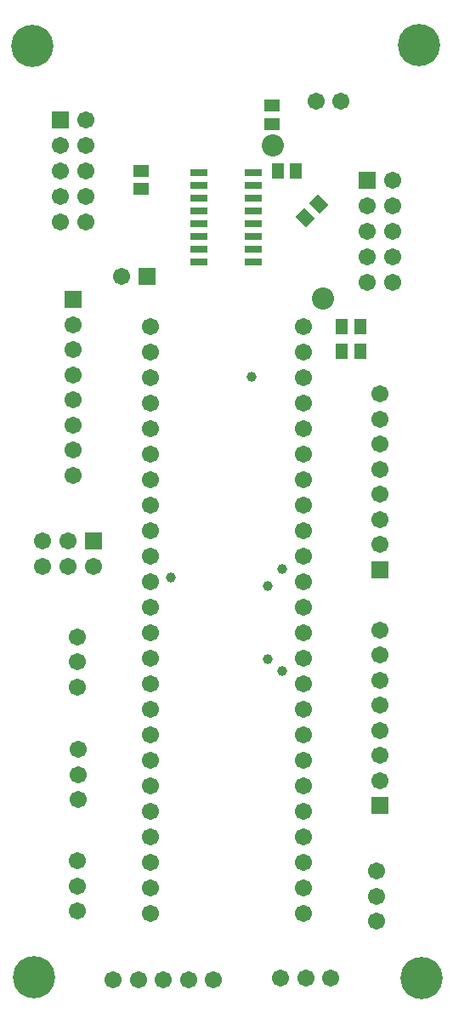
<source format=gts>
G04*
G04 #@! TF.GenerationSoftware,Altium Limited,Altium Designer,20.0.12 (288)*
G04*
G04 Layer_Color=8388736*
%FSLAX25Y25*%
%MOIN*%
G70*
G01*
G75*
%ADD22R,0.06902X0.03162*%
G04:AMPARAMS|DCode=23|XSize=59.18mil|YSize=49.34mil|CornerRadius=0mil|HoleSize=0mil|Usage=FLASHONLY|Rotation=135.000|XOffset=0mil|YOffset=0mil|HoleType=Round|Shape=Rectangle|*
%AMROTATEDRECTD23*
4,1,4,0.03837,-0.00348,0.00348,-0.03837,-0.03837,0.00348,-0.00348,0.03837,0.03837,-0.00348,0.0*
%
%ADD23ROTATEDRECTD23*%

%ADD24R,0.05918X0.04934*%
%ADD25R,0.04934X0.05918*%
%ADD26R,0.06312X0.04934*%
%ADD27R,0.04934X0.06312*%
%ADD28C,0.08674*%
%ADD29C,0.06706*%
%ADD30R,0.06706X0.06706*%
%ADD31R,0.06706X0.06706*%
%ADD32C,0.16548*%
%ADD33C,0.03950*%
%ADD34C,0.05800*%
D22*
X100984Y295020D02*
D03*
Y300020D02*
D03*
Y305020D02*
D03*
Y310020D02*
D03*
Y315020D02*
D03*
Y320020D02*
D03*
Y325020D02*
D03*
Y330020D02*
D03*
X79724Y295020D02*
D03*
Y300020D02*
D03*
Y305020D02*
D03*
Y310020D02*
D03*
Y315020D02*
D03*
Y320020D02*
D03*
Y325020D02*
D03*
Y330020D02*
D03*
D23*
X126591Y317536D02*
D03*
X121441Y312386D02*
D03*
D24*
X57087Y330807D02*
D03*
Y323524D02*
D03*
D25*
X143110Y259842D02*
D03*
X135827D02*
D03*
D26*
X108366Y356299D02*
D03*
Y349016D02*
D03*
D27*
X110531Y330709D02*
D03*
X117815D02*
D03*
X135827Y269685D02*
D03*
X143110D02*
D03*
D28*
X128347Y280709D02*
D03*
X108563Y340551D02*
D03*
D29*
X60768Y269744D02*
D03*
Y259744D02*
D03*
Y249744D02*
D03*
Y239744D02*
D03*
Y229744D02*
D03*
Y219744D02*
D03*
Y209744D02*
D03*
Y199744D02*
D03*
Y189744D02*
D03*
Y179744D02*
D03*
Y169744D02*
D03*
Y159744D02*
D03*
Y149744D02*
D03*
Y139744D02*
D03*
X120768D02*
D03*
Y149744D02*
D03*
Y159744D02*
D03*
Y169744D02*
D03*
Y179744D02*
D03*
Y189744D02*
D03*
Y199744D02*
D03*
Y209744D02*
D03*
Y219744D02*
D03*
Y229744D02*
D03*
Y239744D02*
D03*
X60768Y119744D02*
D03*
Y109744D02*
D03*
Y99744D02*
D03*
Y89744D02*
D03*
Y79744D02*
D03*
Y69744D02*
D03*
Y59744D02*
D03*
Y49744D02*
D03*
Y39744D02*
D03*
X120768D02*
D03*
Y49744D02*
D03*
Y59744D02*
D03*
Y69744D02*
D03*
Y79744D02*
D03*
Y89744D02*
D03*
Y99744D02*
D03*
X60768Y129744D02*
D03*
X120768Y249744D02*
D03*
Y259744D02*
D03*
Y269744D02*
D03*
Y129744D02*
D03*
Y119744D02*
D03*
Y109744D02*
D03*
X49213Y289370D02*
D03*
X31890Y148031D02*
D03*
Y138189D02*
D03*
X31890Y128347D02*
D03*
X85433Y13780D02*
D03*
X75590D02*
D03*
X65748D02*
D03*
X55905D02*
D03*
X46063D02*
D03*
X155512Y287087D02*
D03*
Y297087D02*
D03*
Y307087D02*
D03*
X145512Y287087D02*
D03*
Y297087D02*
D03*
Y307087D02*
D03*
Y317087D02*
D03*
X155512D02*
D03*
Y327087D02*
D03*
X35433Y310709D02*
D03*
Y320709D02*
D03*
Y330709D02*
D03*
X25433Y310709D02*
D03*
Y320709D02*
D03*
Y330709D02*
D03*
Y340709D02*
D03*
X35433D02*
D03*
Y350709D02*
D03*
X32283Y103937D02*
D03*
Y94095D02*
D03*
X32283Y84252D02*
D03*
X31890Y60236D02*
D03*
Y50394D02*
D03*
X31890Y40551D02*
D03*
X150787Y91732D02*
D03*
Y101575D02*
D03*
Y111417D02*
D03*
Y121260D02*
D03*
Y131102D02*
D03*
Y140945D02*
D03*
Y150787D02*
D03*
X18347Y175827D02*
D03*
X28346D02*
D03*
X38346D02*
D03*
X18347Y185827D02*
D03*
X28346D02*
D03*
X150787Y184252D02*
D03*
Y194095D02*
D03*
Y203937D02*
D03*
Y213779D02*
D03*
Y223622D02*
D03*
Y233465D02*
D03*
Y243307D02*
D03*
X30315Y270472D02*
D03*
Y260630D02*
D03*
Y250787D02*
D03*
Y240945D02*
D03*
Y231102D02*
D03*
Y221260D02*
D03*
Y211417D02*
D03*
X111811Y14173D02*
D03*
X121653D02*
D03*
X131496Y14173D02*
D03*
X135433Y357874D02*
D03*
X125591D02*
D03*
X149213Y36614D02*
D03*
Y46457D02*
D03*
X149213Y56299D02*
D03*
D30*
X59213Y289370D02*
D03*
X38346Y185827D02*
D03*
D31*
X145512Y327087D02*
D03*
X25433Y350709D02*
D03*
X150787Y81890D02*
D03*
Y174409D02*
D03*
X30315Y280315D02*
D03*
D32*
X166142Y379921D02*
D03*
X14173Y379528D02*
D03*
X14961Y14567D02*
D03*
X166929Y14173D02*
D03*
D33*
X68504Y171201D02*
D03*
X112205Y174803D02*
D03*
Y134646D02*
D03*
X106693Y139370D02*
D03*
Y168110D02*
D03*
X100394Y250000D02*
D03*
D34*
X128347Y280709D02*
D03*
X108563Y340551D02*
D03*
M02*

</source>
